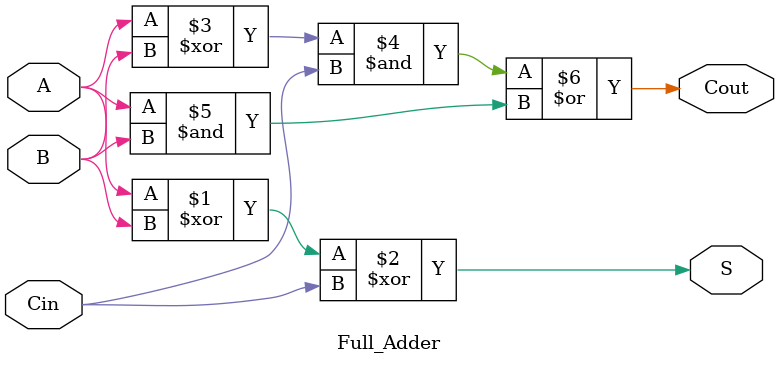
<source format=sv>



`timescale 1ns/1ps

module Full_Adder(
    input A,
    input B,
    input Cin,
    output S,
    output Cout
    );

 assign S = ((A ^ B) ^ Cin);
 assign Cout = ((A^B)&Cin)|(A&B);


endmodule

</source>
